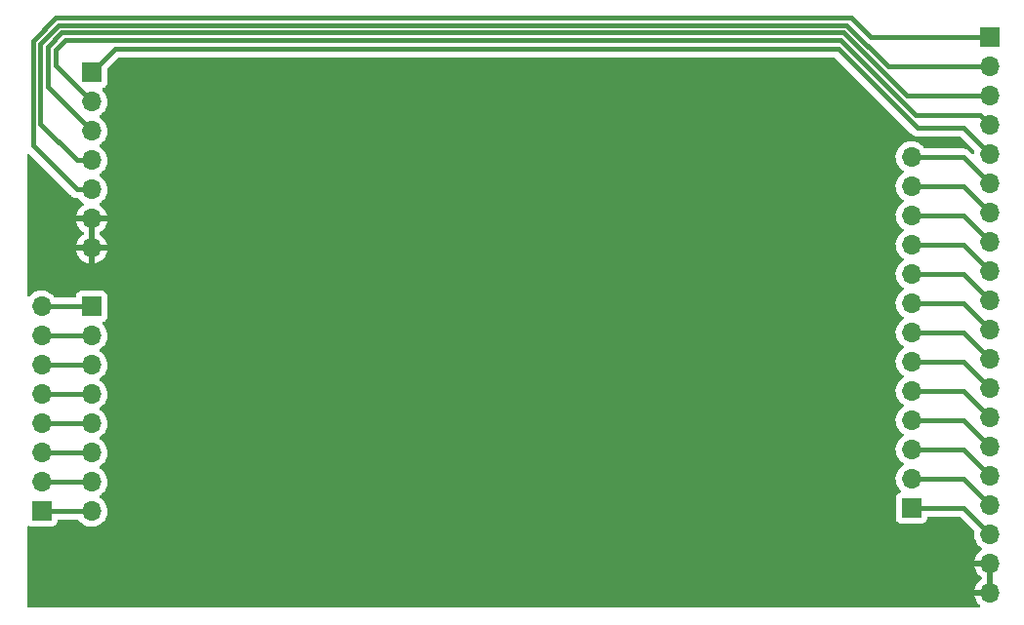
<source format=gbr>
%TF.GenerationSoftware,KiCad,Pcbnew,(6.0.0-0)*%
%TF.CreationDate,2022-08-12T09:14:49-04:00*%
%TF.ProjectId,Backplane-Instruction-Reg-2022,4261636b-706c-4616-9e65-2d496e737472,rev?*%
%TF.SameCoordinates,Original*%
%TF.FileFunction,Copper,L1,Top*%
%TF.FilePolarity,Positive*%
%FSLAX46Y46*%
G04 Gerber Fmt 4.6, Leading zero omitted, Abs format (unit mm)*
G04 Created by KiCad (PCBNEW (6.0.0-0)) date 2022-08-12 09:14:49*
%MOMM*%
%LPD*%
G01*
G04 APERTURE LIST*
%TA.AperFunction,ComponentPad*%
%ADD10R,1.700000X1.700000*%
%TD*%
%TA.AperFunction,ComponentPad*%
%ADD11O,1.700000X1.700000*%
%TD*%
%TA.AperFunction,Conductor*%
%ADD12C,0.450000*%
%TD*%
G04 APERTURE END LIST*
D10*
%TO.P,J4,1,Pin_1*%
%TO.N,~{RESET_STEP}*%
X183839000Y-61224000D03*
D11*
%TO.P,J4,2,Pin_2*%
%TO.N,~{INT_REQUEST}*%
X183839000Y-63764000D03*
%TO.P,J4,3,Pin_3*%
%TO.N,~{LD_IR}*%
X183839000Y-66304000D03*
%TO.P,J4,4,Pin_4*%
%TO.N,CLOCK*%
X183839000Y-68844000D03*
%TO.P,J4,5,Pin_5*%
%TO.N,~{RESET}*%
X183839000Y-71384000D03*
%TO.P,J4,6,Pin_6*%
%TO.N,INSTRUCTION7*%
X183839000Y-73924000D03*
%TO.P,J4,7,Pin_7*%
%TO.N,INSTRUCTION6*%
X183839000Y-76464000D03*
%TO.P,J4,8,Pin_8*%
%TO.N,INSTRUCTION5*%
X183839000Y-79004000D03*
%TO.P,J4,9,Pin_9*%
%TO.N,INSTRUCTION4*%
X183839000Y-81544000D03*
%TO.P,J4,10,Pin_10*%
%TO.N,INSTRUCTION3*%
X183839000Y-84084000D03*
%TO.P,J4,11,Pin_11*%
%TO.N,INSTRUCTION2*%
X183839000Y-86624000D03*
%TO.P,J4,12,Pin_12*%
%TO.N,INSTRUCTION1*%
X183839000Y-89164000D03*
%TO.P,J4,13,Pin_13*%
%TO.N,INSTRUCTION0*%
X183839000Y-91704000D03*
%TO.P,J4,14,Pin_14*%
%TO.N,STEP4*%
X183839000Y-94244000D03*
%TO.P,J4,15,Pin_15*%
%TO.N,STEP3*%
X183839000Y-96784000D03*
%TO.P,J4,16,Pin_16*%
%TO.N,STEP2*%
X183839000Y-99324000D03*
%TO.P,J4,17,Pin_17*%
%TO.N,STEP1*%
X183839000Y-101864000D03*
%TO.P,J4,18,Pin_18*%
%TO.N,STEP0*%
X183839000Y-104404000D03*
%TO.P,J4,19,Pin_19*%
%TO.N,GND*%
X183839000Y-106944000D03*
%TO.P,J4,20,Pin_20*%
X183839000Y-109484000D03*
%TD*%
D10*
%TO.P,J3,1,Pin_1*%
%TO.N,STEP0*%
X177038000Y-102108000D03*
D11*
%TO.P,J3,2,Pin_2*%
%TO.N,STEP1*%
X177038000Y-99568000D03*
%TO.P,J3,3,Pin_3*%
%TO.N,STEP2*%
X177038000Y-97028000D03*
%TO.P,J3,4,Pin_4*%
%TO.N,STEP3*%
X177038000Y-94488000D03*
%TO.P,J3,5,Pin_5*%
%TO.N,STEP4*%
X177038000Y-91948000D03*
%TO.P,J3,6,Pin_6*%
%TO.N,INSTRUCTION0*%
X177038000Y-89408000D03*
%TO.P,J3,7,Pin_7*%
%TO.N,INSTRUCTION1*%
X177038000Y-86868000D03*
%TO.P,J3,8,Pin_8*%
%TO.N,INSTRUCTION2*%
X177038000Y-84328000D03*
%TO.P,J3,9,Pin_9*%
%TO.N,INSTRUCTION3*%
X177038000Y-81788000D03*
%TO.P,J3,10,Pin_10*%
%TO.N,INSTRUCTION4*%
X177038000Y-79248000D03*
%TO.P,J3,11,Pin_11*%
%TO.N,INSTRUCTION5*%
X177038000Y-76708000D03*
%TO.P,J3,12,Pin_12*%
%TO.N,INSTRUCTION6*%
X177038000Y-74168000D03*
%TO.P,J3,13,Pin_13*%
%TO.N,INSTRUCTION7*%
X177038000Y-71628000D03*
%TD*%
%TO.P,J1,8,Pin_8*%
%TO.N,BUS0*%
X101600000Y-84582242D03*
%TO.P,J1,7,Pin_7*%
%TO.N,BUS1*%
X101600000Y-87122242D03*
%TO.P,J1,6,Pin_6*%
%TO.N,BUS2*%
X101600000Y-89662242D03*
%TO.P,J1,5,Pin_5*%
%TO.N,BUS3*%
X101600000Y-92202242D03*
%TO.P,J1,4,Pin_4*%
%TO.N,BUS4*%
X101600000Y-94742242D03*
%TO.P,J1,3,Pin_3*%
%TO.N,BUS5*%
X101600000Y-97282242D03*
%TO.P,J1,2,Pin_2*%
%TO.N,BUS6*%
X101600000Y-99822242D03*
D10*
%TO.P,J1,1,Pin_1*%
%TO.N,BUS7*%
X101600000Y-102362242D03*
%TD*%
%TO.P,J5,1,Pin_1*%
%TO.N,~{RESET}*%
X105943000Y-64287242D03*
D11*
%TO.P,J5,2,Pin_2*%
%TO.N,CLOCK*%
X105943000Y-66827242D03*
%TO.P,J5,3,Pin_3*%
%TO.N,~{LD_IR}*%
X105943000Y-69367242D03*
%TO.P,J5,4,Pin_4*%
%TO.N,~{INT_REQUEST}*%
X105943000Y-71907242D03*
%TO.P,J5,5,Pin_5*%
%TO.N,~{RESET_STEP}*%
X105943000Y-74447242D03*
%TO.P,J5,6,Pin_6*%
%TO.N,GND*%
X105943000Y-76987242D03*
%TO.P,J5,7,Pin_7*%
X105943000Y-79527242D03*
%TD*%
D10*
%TO.P,J2,1,Pin_1*%
%TO.N,BUS0*%
X105943000Y-84597000D03*
D11*
%TO.P,J2,2,Pin_2*%
%TO.N,BUS1*%
X105943000Y-87137000D03*
%TO.P,J2,3,Pin_3*%
%TO.N,BUS2*%
X105943000Y-89677000D03*
%TO.P,J2,4,Pin_4*%
%TO.N,BUS3*%
X105943000Y-92217000D03*
%TO.P,J2,5,Pin_5*%
%TO.N,BUS4*%
X105943000Y-94757000D03*
%TO.P,J2,6,Pin_6*%
%TO.N,BUS5*%
X105943000Y-97297000D03*
%TO.P,J2,7,Pin_7*%
%TO.N,BUS6*%
X105943000Y-99837000D03*
%TO.P,J2,8,Pin_8*%
%TO.N,BUS7*%
X105943000Y-102377000D03*
%TD*%
D12*
%TO.N,~{RESET}*%
X183839000Y-71384000D02*
X181543000Y-69088000D01*
X181543000Y-69088000D02*
X177546000Y-69088000D01*
X177546000Y-69088000D02*
X170688000Y-62230000D01*
X108000242Y-62230000D02*
X105943000Y-64287242D01*
X170688000Y-62230000D02*
X108000242Y-62230000D01*
%TO.N,~{RESET_STEP}*%
X105943000Y-74447242D02*
X104673242Y-74447242D01*
X104673242Y-74447242D02*
X100838000Y-70612000D01*
X100838000Y-70612000D02*
X100838000Y-61506359D01*
X102824892Y-59519467D02*
X171787467Y-59519467D01*
X100838000Y-61506359D02*
X102824892Y-59519467D01*
X171787467Y-59519467D02*
X173492000Y-61224000D01*
X173492000Y-61224000D02*
X183839000Y-61224000D01*
%TO.N,CLOCK*%
X103632003Y-61468000D02*
X102786533Y-62313470D01*
X170882904Y-61468000D02*
X103632003Y-61468000D01*
X183839000Y-68844000D02*
X182989000Y-67994000D01*
%TO.N,~{LD_IR}*%
X102137022Y-62044433D02*
X103362966Y-60818489D01*
%TO.N,CLOCK*%
X102786533Y-62313470D02*
X102786533Y-63670775D01*
%TO.N,~{LD_IR}*%
X176637453Y-66304000D02*
X183839000Y-66304000D01*
%TO.N,CLOCK*%
X102786533Y-63670775D02*
X105943000Y-66827242D01*
%TO.N,~{LD_IR}*%
X171151941Y-60818489D02*
X176637453Y-66304000D01*
%TO.N,CLOCK*%
X177408904Y-67994000D02*
X170882904Y-61468000D01*
%TO.N,~{LD_IR}*%
X103362966Y-60818489D02*
X171151941Y-60818489D01*
X102137022Y-65561264D02*
X102137022Y-62044433D01*
%TO.N,CLOCK*%
X182989000Y-67994000D02*
X177408904Y-67994000D01*
%TO.N,~{LD_IR}*%
X105943000Y-69367242D02*
X102137022Y-65561264D01*
%TO.N,~{INT_REQUEST}*%
X183839000Y-63764000D02*
X175016000Y-63764000D01*
X175016000Y-63764000D02*
X171420978Y-60168978D01*
X171420978Y-60168978D02*
X103093929Y-60168978D01*
X101487511Y-68721511D02*
X104673242Y-71907242D01*
X103093929Y-60168978D02*
X101487511Y-61775396D01*
X101487511Y-61775396D02*
X101487511Y-68721511D01*
X104673242Y-71907242D02*
X105943000Y-71907242D01*
%TO.N,BUS7*%
X105943000Y-102377000D02*
X101614758Y-102377000D01*
X101614758Y-102377000D02*
X101600000Y-102362242D01*
%TO.N,BUS6*%
X101600000Y-99822242D02*
X105928242Y-99822242D01*
X105928242Y-99822242D02*
X105943000Y-99837000D01*
%TO.N,BUS5*%
X105943000Y-97297000D02*
X101614758Y-97297000D01*
X101614758Y-97297000D02*
X101600000Y-97282242D01*
%TO.N,BUS4*%
X101600000Y-94742242D02*
X105928242Y-94742242D01*
X105928242Y-94742242D02*
X105943000Y-94757000D01*
%TO.N,BUS3*%
X105943000Y-92217000D02*
X101614758Y-92217000D01*
X101614758Y-92217000D02*
X101600000Y-92202242D01*
%TO.N,BUS2*%
X101600000Y-89662242D02*
X105928242Y-89662242D01*
X105928242Y-89662242D02*
X105943000Y-89677000D01*
%TO.N,BUS1*%
X105943000Y-87137000D02*
X101614758Y-87137000D01*
X101614758Y-87137000D02*
X101600000Y-87122242D01*
%TO.N,BUS0*%
X101600000Y-84582242D02*
X105928242Y-84582242D01*
X105928242Y-84582242D02*
X105943000Y-84597000D01*
%TO.N,STEP0*%
X183839000Y-104404000D02*
X181543000Y-102108000D01*
X181543000Y-102108000D02*
X177038000Y-102108000D01*
%TO.N,STEP1*%
X183839000Y-101864000D02*
X181543000Y-99568000D01*
X181543000Y-99568000D02*
X177038000Y-99568000D01*
%TO.N,STEP2*%
X183839000Y-99324000D02*
X181543000Y-97028000D01*
X181543000Y-97028000D02*
X177038000Y-97028000D01*
%TO.N,STEP3*%
X183839000Y-96784000D02*
X181543000Y-94488000D01*
X181543000Y-94488000D02*
X177038000Y-94488000D01*
%TO.N,STEP4*%
X183839000Y-94244000D02*
X181543000Y-91948000D01*
X181543000Y-91948000D02*
X177038000Y-91948000D01*
%TO.N,INSTRUCTION0*%
X183839000Y-91704000D02*
X181543000Y-89408000D01*
X181543000Y-89408000D02*
X177038000Y-89408000D01*
%TO.N,INSTRUCTION1*%
X183839000Y-89164000D02*
X181543000Y-86868000D01*
X181543000Y-86868000D02*
X177038000Y-86868000D01*
%TO.N,INSTRUCTION2*%
X183839000Y-86624000D02*
X181543000Y-84328000D01*
X181543000Y-84328000D02*
X177038000Y-84328000D01*
%TO.N,INSTRUCTION3*%
X183839000Y-84084000D02*
X181543000Y-81788000D01*
X181543000Y-81788000D02*
X177038000Y-81788000D01*
%TO.N,INSTRUCTION4*%
X183839000Y-81544000D02*
X181543000Y-79248000D01*
X181543000Y-79248000D02*
X177038000Y-79248000D01*
%TO.N,INSTRUCTION5*%
X183839000Y-79004000D02*
X181543000Y-76708000D01*
X181543000Y-76708000D02*
X177038000Y-76708000D01*
%TO.N,INSTRUCTION6*%
X183839000Y-76464000D02*
X181543000Y-74168000D01*
X181543000Y-74168000D02*
X177038000Y-74168000D01*
%TO.N,INSTRUCTION7*%
X183839000Y-73924000D02*
X181543000Y-71628000D01*
X181543000Y-71628000D02*
X177038000Y-71628000D01*
%TD*%
%TA.AperFunction,Conductor*%
%TO.N,GND*%
G36*
X170400105Y-62983502D02*
G01*
X170421079Y-63000405D01*
X176981255Y-69560581D01*
X176993641Y-69574993D01*
X177005900Y-69591651D01*
X177011483Y-69596394D01*
X177044713Y-69624625D01*
X177052229Y-69631555D01*
X177057620Y-69636946D01*
X177060496Y-69639222D01*
X177060499Y-69639224D01*
X177079119Y-69653956D01*
X177082507Y-69656733D01*
X177136251Y-69702392D01*
X177142768Y-69705720D01*
X177147438Y-69708834D01*
X177152205Y-69711779D01*
X177157943Y-69716318D01*
X177164570Y-69719415D01*
X177164571Y-69719416D01*
X177221854Y-69746189D01*
X177225761Y-69748099D01*
X177288582Y-69780176D01*
X177295694Y-69781916D01*
X177300988Y-69783885D01*
X177306267Y-69785641D01*
X177312895Y-69788739D01*
X177381970Y-69803106D01*
X177386241Y-69804073D01*
X177454721Y-69820830D01*
X177460320Y-69821177D01*
X177460324Y-69821178D01*
X177465520Y-69821500D01*
X177465519Y-69821524D01*
X177469915Y-69821788D01*
X177473189Y-69822080D01*
X177480352Y-69823570D01*
X177555160Y-69821546D01*
X177558568Y-69821500D01*
X181186984Y-69821500D01*
X181255105Y-69841502D01*
X181276079Y-69858405D01*
X182461862Y-71044188D01*
X182495888Y-71106500D01*
X182498054Y-71146671D01*
X182487534Y-71245120D01*
X182460407Y-71310730D01*
X182402115Y-71351258D01*
X182331165Y-71353838D01*
X182273152Y-71320827D01*
X182107748Y-71155423D01*
X182095361Y-71141010D01*
X182087441Y-71130248D01*
X182083100Y-71124349D01*
X182044280Y-71091369D01*
X182036764Y-71084439D01*
X182031380Y-71079055D01*
X182028519Y-71076792D01*
X182028514Y-71076787D01*
X182009909Y-71062068D01*
X182006507Y-71059279D01*
X181958328Y-71018347D01*
X181958324Y-71018344D01*
X181952749Y-71013608D01*
X181946228Y-71010279D01*
X181941549Y-71007158D01*
X181936795Y-71004222D01*
X181931057Y-70999682D01*
X181867147Y-70969811D01*
X181863239Y-70967901D01*
X181800418Y-70935824D01*
X181793306Y-70934084D01*
X181788020Y-70932118D01*
X181782735Y-70930360D01*
X181776105Y-70927261D01*
X181707032Y-70912894D01*
X181702748Y-70911924D01*
X181634279Y-70895170D01*
X181628677Y-70894822D01*
X181628674Y-70894822D01*
X181623480Y-70894500D01*
X181623481Y-70894476D01*
X181619066Y-70894212D01*
X181615816Y-70893922D01*
X181608648Y-70892431D01*
X181542851Y-70894211D01*
X181533877Y-70894454D01*
X181530469Y-70894500D01*
X178250112Y-70894500D01*
X178181991Y-70874498D01*
X178144320Y-70836940D01*
X178120822Y-70800617D01*
X178120820Y-70800614D01*
X178118014Y-70796277D01*
X177967670Y-70631051D01*
X177963619Y-70627852D01*
X177963615Y-70627848D01*
X177796414Y-70495800D01*
X177796410Y-70495798D01*
X177792359Y-70492598D01*
X177781284Y-70486484D01*
X177740136Y-70463769D01*
X177596789Y-70384638D01*
X177591920Y-70382914D01*
X177591916Y-70382912D01*
X177391087Y-70311795D01*
X177391083Y-70311794D01*
X177386212Y-70310069D01*
X177381119Y-70309162D01*
X177381116Y-70309161D01*
X177171373Y-70271800D01*
X177171367Y-70271799D01*
X177166284Y-70270894D01*
X177092452Y-70269992D01*
X176948081Y-70268228D01*
X176948079Y-70268228D01*
X176942911Y-70268165D01*
X176722091Y-70301955D01*
X176509756Y-70371357D01*
X176311607Y-70474507D01*
X176307474Y-70477610D01*
X176307471Y-70477612D01*
X176141073Y-70602547D01*
X176132965Y-70608635D01*
X175978629Y-70770138D01*
X175852743Y-70954680D01*
X175828384Y-71007158D01*
X175762691Y-71148682D01*
X175758688Y-71157305D01*
X175698989Y-71372570D01*
X175675251Y-71594695D01*
X175675548Y-71599848D01*
X175675548Y-71599851D01*
X175687812Y-71812547D01*
X175688110Y-71817715D01*
X175689247Y-71822761D01*
X175689248Y-71822767D01*
X175703456Y-71885811D01*
X175737222Y-72035639D01*
X175757703Y-72086077D01*
X175815139Y-72227526D01*
X175821266Y-72242616D01*
X175823965Y-72247020D01*
X175933137Y-72425173D01*
X175937987Y-72433088D01*
X176084250Y-72601938D01*
X176256126Y-72744632D01*
X176292346Y-72765797D01*
X176329445Y-72787476D01*
X176378169Y-72839114D01*
X176391240Y-72908897D01*
X176364509Y-72974669D01*
X176324055Y-73008027D01*
X176311607Y-73014507D01*
X176307474Y-73017610D01*
X176307471Y-73017612D01*
X176141073Y-73142547D01*
X176132965Y-73148635D01*
X175978629Y-73310138D01*
X175852743Y-73494680D01*
X175828384Y-73547158D01*
X175762691Y-73688682D01*
X175758688Y-73697305D01*
X175698989Y-73912570D01*
X175675251Y-74134695D01*
X175675548Y-74139848D01*
X175675548Y-74139851D01*
X175687812Y-74352547D01*
X175688110Y-74357715D01*
X175689247Y-74362761D01*
X175689248Y-74362767D01*
X175703456Y-74425811D01*
X175737222Y-74575639D01*
X175757703Y-74626077D01*
X175815139Y-74767526D01*
X175821266Y-74782616D01*
X175823965Y-74787020D01*
X175933137Y-74965173D01*
X175937987Y-74973088D01*
X176084250Y-75141938D01*
X176256126Y-75284632D01*
X176292346Y-75305797D01*
X176329445Y-75327476D01*
X176378169Y-75379114D01*
X176391240Y-75448897D01*
X176364509Y-75514669D01*
X176324055Y-75548027D01*
X176311607Y-75554507D01*
X176307474Y-75557610D01*
X176307471Y-75557612D01*
X176141073Y-75682547D01*
X176132965Y-75688635D01*
X175978629Y-75850138D01*
X175852743Y-76034680D01*
X175833292Y-76076584D01*
X175762691Y-76228682D01*
X175758688Y-76237305D01*
X175698989Y-76452570D01*
X175675251Y-76674695D01*
X175675548Y-76679848D01*
X175675548Y-76679851D01*
X175678431Y-76729849D01*
X175688110Y-76897715D01*
X175689247Y-76902761D01*
X175689248Y-76902767D01*
X175703456Y-76965811D01*
X175737222Y-77115639D01*
X175757703Y-77166077D01*
X175815139Y-77307526D01*
X175821266Y-77322616D01*
X175823965Y-77327020D01*
X175933137Y-77505173D01*
X175937987Y-77513088D01*
X176084250Y-77681938D01*
X176256126Y-77824632D01*
X176292346Y-77845797D01*
X176329445Y-77867476D01*
X176378169Y-77919114D01*
X176391240Y-77988897D01*
X176364509Y-78054669D01*
X176324055Y-78088027D01*
X176311607Y-78094507D01*
X176307474Y-78097610D01*
X176307471Y-78097612D01*
X176202253Y-78176612D01*
X176132965Y-78228635D01*
X176129393Y-78232373D01*
X175996169Y-78371784D01*
X175978629Y-78390138D01*
X175852743Y-78574680D01*
X175833292Y-78616584D01*
X175762691Y-78768682D01*
X175758688Y-78777305D01*
X175698989Y-78992570D01*
X175675251Y-79214695D01*
X175675548Y-79219848D01*
X175675548Y-79219851D01*
X175678431Y-79269849D01*
X175688110Y-79437715D01*
X175689247Y-79442761D01*
X175689248Y-79442767D01*
X175703456Y-79505811D01*
X175737222Y-79655639D01*
X175757703Y-79706077D01*
X175815139Y-79847526D01*
X175821266Y-79862616D01*
X175823965Y-79867020D01*
X175933137Y-80045173D01*
X175937987Y-80053088D01*
X176084250Y-80221938D01*
X176256126Y-80364632D01*
X176292346Y-80385797D01*
X176329445Y-80407476D01*
X176378169Y-80459114D01*
X176391240Y-80528897D01*
X176364509Y-80594669D01*
X176324055Y-80628027D01*
X176311607Y-80634507D01*
X176307474Y-80637610D01*
X176307471Y-80637612D01*
X176202253Y-80716612D01*
X176132965Y-80768635D01*
X175978629Y-80930138D01*
X175852743Y-81114680D01*
X175833292Y-81156584D01*
X175762691Y-81308682D01*
X175758688Y-81317305D01*
X175698989Y-81532570D01*
X175675251Y-81754695D01*
X175688110Y-81977715D01*
X175689247Y-81982761D01*
X175689248Y-81982767D01*
X175703456Y-82045811D01*
X175737222Y-82195639D01*
X175757703Y-82246077D01*
X175815139Y-82387526D01*
X175821266Y-82402616D01*
X175823965Y-82407020D01*
X175933137Y-82585173D01*
X175937987Y-82593088D01*
X176084250Y-82761938D01*
X176256126Y-82904632D01*
X176292346Y-82925797D01*
X176329445Y-82947476D01*
X176378169Y-82999114D01*
X176391240Y-83068897D01*
X176364509Y-83134669D01*
X176324055Y-83168027D01*
X176311607Y-83174507D01*
X176307474Y-83177610D01*
X176307471Y-83177612D01*
X176149280Y-83296385D01*
X176132965Y-83308635D01*
X176116754Y-83325599D01*
X176054333Y-83390919D01*
X175978629Y-83470138D01*
X175852743Y-83654680D01*
X175811684Y-83743135D01*
X175762663Y-83848742D01*
X175758688Y-83857305D01*
X175698989Y-84072570D01*
X175675251Y-84294695D01*
X175688110Y-84517715D01*
X175689247Y-84522761D01*
X175689248Y-84522767D01*
X175703456Y-84585811D01*
X175737222Y-84735639D01*
X175757703Y-84786077D01*
X175815139Y-84927526D01*
X175821266Y-84942616D01*
X175823965Y-84947020D01*
X175933137Y-85125173D01*
X175937987Y-85133088D01*
X176084250Y-85301938D01*
X176256126Y-85444632D01*
X176292233Y-85465731D01*
X176329445Y-85487476D01*
X176378169Y-85539114D01*
X176391240Y-85608897D01*
X176364509Y-85674669D01*
X176324055Y-85708027D01*
X176311607Y-85714507D01*
X176307474Y-85717610D01*
X176307471Y-85717612D01*
X176176745Y-85815764D01*
X176132965Y-85848635D01*
X175978629Y-86010138D01*
X175975715Y-86014410D01*
X175975714Y-86014411D01*
X175933060Y-86076940D01*
X175852743Y-86194680D01*
X175815274Y-86275401D01*
X175762691Y-86388682D01*
X175758688Y-86397305D01*
X175698989Y-86612570D01*
X175675251Y-86834695D01*
X175688110Y-87057715D01*
X175689247Y-87062761D01*
X175689248Y-87062767D01*
X175703456Y-87125811D01*
X175737222Y-87275639D01*
X175757703Y-87326077D01*
X175815139Y-87467526D01*
X175821266Y-87482616D01*
X175823965Y-87487020D01*
X175933137Y-87665173D01*
X175937987Y-87673088D01*
X176084250Y-87841938D01*
X176256126Y-87984632D01*
X176285037Y-88001526D01*
X176329445Y-88027476D01*
X176378169Y-88079114D01*
X176391240Y-88148897D01*
X176364509Y-88214669D01*
X176324055Y-88248027D01*
X176311607Y-88254507D01*
X176307474Y-88257610D01*
X176307471Y-88257612D01*
X176141073Y-88382547D01*
X176132965Y-88388635D01*
X175978629Y-88550138D01*
X175852743Y-88734680D01*
X175815274Y-88815401D01*
X175762663Y-88928742D01*
X175758688Y-88937305D01*
X175698989Y-89152570D01*
X175675251Y-89374695D01*
X175688110Y-89597715D01*
X175689247Y-89602761D01*
X175689248Y-89602767D01*
X175703456Y-89665811D01*
X175737222Y-89815639D01*
X175757703Y-89866077D01*
X175815139Y-90007526D01*
X175821266Y-90022616D01*
X175823965Y-90027020D01*
X175933137Y-90205173D01*
X175937987Y-90213088D01*
X176084250Y-90381938D01*
X176256126Y-90524632D01*
X176292233Y-90545731D01*
X176329445Y-90567476D01*
X176378169Y-90619114D01*
X176391240Y-90688897D01*
X176364509Y-90754669D01*
X176324055Y-90788027D01*
X176311607Y-90794507D01*
X176307474Y-90797610D01*
X176307471Y-90797612D01*
X176141073Y-90922547D01*
X176132965Y-90928635D01*
X175978629Y-91090138D01*
X175852743Y-91274680D01*
X175815274Y-91355401D01*
X175762691Y-91468682D01*
X175758688Y-91477305D01*
X175698989Y-91692570D01*
X175675251Y-91914695D01*
X175688110Y-92137715D01*
X175689247Y-92142761D01*
X175689248Y-92142767D01*
X175703456Y-92205811D01*
X175737222Y-92355639D01*
X175757703Y-92406077D01*
X175815139Y-92547526D01*
X175821266Y-92562616D01*
X175823965Y-92567020D01*
X175933137Y-92745173D01*
X175937987Y-92753088D01*
X176084250Y-92921938D01*
X176256126Y-93064632D01*
X176285037Y-93081526D01*
X176329445Y-93107476D01*
X176378169Y-93159114D01*
X176391240Y-93228897D01*
X176364509Y-93294669D01*
X176324055Y-93328027D01*
X176311607Y-93334507D01*
X176307474Y-93337610D01*
X176307471Y-93337612D01*
X176141073Y-93462547D01*
X176132965Y-93468635D01*
X175978629Y-93630138D01*
X175852743Y-93814680D01*
X175815274Y-93895401D01*
X175762663Y-94008742D01*
X175758688Y-94017305D01*
X175698989Y-94232570D01*
X175675251Y-94454695D01*
X175688110Y-94677715D01*
X175689247Y-94682761D01*
X175689248Y-94682767D01*
X175703456Y-94745811D01*
X175737222Y-94895639D01*
X175757703Y-94946077D01*
X175815139Y-95087526D01*
X175821266Y-95102616D01*
X175823965Y-95107020D01*
X175933137Y-95285173D01*
X175937987Y-95293088D01*
X176084250Y-95461938D01*
X176256126Y-95604632D01*
X176292233Y-95625731D01*
X176329445Y-95647476D01*
X176378169Y-95699114D01*
X176391240Y-95768897D01*
X176364509Y-95834669D01*
X176324055Y-95868027D01*
X176311607Y-95874507D01*
X176307474Y-95877610D01*
X176307471Y-95877612D01*
X176141073Y-96002547D01*
X176132965Y-96008635D01*
X175978629Y-96170138D01*
X175852743Y-96354680D01*
X175815274Y-96435401D01*
X175762691Y-96548682D01*
X175758688Y-96557305D01*
X175698989Y-96772570D01*
X175675251Y-96994695D01*
X175688110Y-97217715D01*
X175689247Y-97222761D01*
X175689248Y-97222767D01*
X175703456Y-97285811D01*
X175737222Y-97435639D01*
X175757703Y-97486077D01*
X175815139Y-97627526D01*
X175821266Y-97642616D01*
X175823965Y-97647020D01*
X175933137Y-97825173D01*
X175937987Y-97833088D01*
X176084250Y-98001938D01*
X176256126Y-98144632D01*
X176285037Y-98161526D01*
X176329445Y-98187476D01*
X176378169Y-98239114D01*
X176391240Y-98308897D01*
X176364509Y-98374669D01*
X176324055Y-98408027D01*
X176311607Y-98414507D01*
X176307474Y-98417610D01*
X176307471Y-98417612D01*
X176141073Y-98542547D01*
X176132965Y-98548635D01*
X175978629Y-98710138D01*
X175852743Y-98894680D01*
X175815274Y-98975401D01*
X175762663Y-99088742D01*
X175758688Y-99097305D01*
X175698989Y-99312570D01*
X175675251Y-99534695D01*
X175688110Y-99757715D01*
X175689247Y-99762761D01*
X175689248Y-99762767D01*
X175703456Y-99825811D01*
X175737222Y-99975639D01*
X175757703Y-100026077D01*
X175815139Y-100167526D01*
X175821266Y-100182616D01*
X175823965Y-100187020D01*
X175933137Y-100365173D01*
X175937987Y-100373088D01*
X176084250Y-100541938D01*
X176088230Y-100545242D01*
X176092981Y-100549187D01*
X176132616Y-100608090D01*
X176134113Y-100679071D01*
X176096997Y-100739593D01*
X176056724Y-100764112D01*
X175941295Y-100807385D01*
X175824739Y-100894739D01*
X175737385Y-101011295D01*
X175686255Y-101147684D01*
X175679500Y-101209866D01*
X175679500Y-103006134D01*
X175686255Y-103068316D01*
X175737385Y-103204705D01*
X175824739Y-103321261D01*
X175941295Y-103408615D01*
X176077684Y-103459745D01*
X176139866Y-103466500D01*
X177936134Y-103466500D01*
X177998316Y-103459745D01*
X178134705Y-103408615D01*
X178251261Y-103321261D01*
X178338615Y-103204705D01*
X178389745Y-103068316D01*
X178396500Y-103006134D01*
X178396500Y-102967500D01*
X178416502Y-102899379D01*
X178470158Y-102852886D01*
X178522500Y-102841500D01*
X181186984Y-102841500D01*
X181255105Y-102861502D01*
X181276079Y-102878405D01*
X182461862Y-104064188D01*
X182495888Y-104126500D01*
X182498054Y-104166672D01*
X182476251Y-104370695D01*
X182489110Y-104593715D01*
X182490247Y-104598761D01*
X182490248Y-104598767D01*
X182514304Y-104705508D01*
X182538222Y-104811639D01*
X182622266Y-105018616D01*
X182738987Y-105209088D01*
X182885250Y-105377938D01*
X183057126Y-105520632D01*
X183130955Y-105563774D01*
X183179679Y-105615412D01*
X183192750Y-105685195D01*
X183166019Y-105750967D01*
X183125562Y-105784327D01*
X183117457Y-105788546D01*
X183108738Y-105794036D01*
X182938433Y-105921905D01*
X182930726Y-105928748D01*
X182783590Y-106082717D01*
X182777104Y-106090727D01*
X182657098Y-106266649D01*
X182652000Y-106275623D01*
X182562338Y-106468783D01*
X182558775Y-106478470D01*
X182503389Y-106678183D01*
X182504912Y-106686607D01*
X182517292Y-106690000D01*
X183967000Y-106690000D01*
X184035121Y-106710002D01*
X184081614Y-106763658D01*
X184093000Y-106816000D01*
X184093000Y-109612000D01*
X184072998Y-109680121D01*
X184019342Y-109726614D01*
X183967000Y-109738000D01*
X182522225Y-109738000D01*
X182508694Y-109741973D01*
X182507257Y-109751966D01*
X182537565Y-109886446D01*
X182540645Y-109896275D01*
X182620770Y-110093603D01*
X182625413Y-110102794D01*
X182736694Y-110284388D01*
X182742777Y-110292699D01*
X182882213Y-110453667D01*
X182889580Y-110460882D01*
X182962351Y-110521298D01*
X183001986Y-110580200D01*
X183003484Y-110651181D01*
X182966369Y-110711704D01*
X182902425Y-110742553D01*
X182881866Y-110744242D01*
X100462166Y-110744242D01*
X100394045Y-110724240D01*
X100347552Y-110670584D01*
X100336166Y-110618242D01*
X100336166Y-109218183D01*
X182503389Y-109218183D01*
X182504912Y-109226607D01*
X182517292Y-109230000D01*
X183566885Y-109230000D01*
X183582124Y-109225525D01*
X183583329Y-109224135D01*
X183585000Y-109216452D01*
X183585000Y-107216115D01*
X183580525Y-107200876D01*
X183579135Y-107199671D01*
X183571452Y-107198000D01*
X182522225Y-107198000D01*
X182508694Y-107201973D01*
X182507257Y-107211966D01*
X182537565Y-107346446D01*
X182540645Y-107356275D01*
X182620770Y-107553603D01*
X182625413Y-107562794D01*
X182736694Y-107744388D01*
X182742777Y-107752699D01*
X182882213Y-107913667D01*
X182889580Y-107920883D01*
X183053434Y-108056916D01*
X183061881Y-108062831D01*
X183131479Y-108103501D01*
X183180203Y-108155140D01*
X183193274Y-108224923D01*
X183166543Y-108290694D01*
X183126087Y-108324053D01*
X183117462Y-108328542D01*
X183108738Y-108334036D01*
X182938433Y-108461905D01*
X182930726Y-108468748D01*
X182783590Y-108622717D01*
X182777104Y-108630727D01*
X182657098Y-108806649D01*
X182652000Y-108815623D01*
X182562338Y-109008783D01*
X182558775Y-109018470D01*
X182503389Y-109218183D01*
X100336166Y-109218183D01*
X100336166Y-103782002D01*
X100356168Y-103713881D01*
X100409824Y-103667388D01*
X100480098Y-103657284D01*
X100506395Y-103664020D01*
X100632282Y-103711213D01*
X100632288Y-103711215D01*
X100639684Y-103713987D01*
X100701866Y-103720742D01*
X102498134Y-103720742D01*
X102560316Y-103713987D01*
X102696705Y-103662857D01*
X102813261Y-103575503D01*
X102900615Y-103458947D01*
X102951745Y-103322558D01*
X102958500Y-103260376D01*
X102958500Y-103236500D01*
X102978502Y-103168379D01*
X103032158Y-103121886D01*
X103084500Y-103110500D01*
X104728554Y-103110500D01*
X104796675Y-103130502D01*
X104835987Y-103170665D01*
X104842987Y-103182088D01*
X104989250Y-103350938D01*
X105161126Y-103493632D01*
X105354000Y-103606338D01*
X105562692Y-103686030D01*
X105567760Y-103687061D01*
X105567763Y-103687062D01*
X105675017Y-103708883D01*
X105781597Y-103730567D01*
X105786772Y-103730757D01*
X105786774Y-103730757D01*
X105999673Y-103738564D01*
X105999677Y-103738564D01*
X106004837Y-103738753D01*
X106009957Y-103738097D01*
X106009959Y-103738097D01*
X106221288Y-103711025D01*
X106221289Y-103711025D01*
X106226416Y-103710368D01*
X106231366Y-103708883D01*
X106435429Y-103647661D01*
X106435434Y-103647659D01*
X106440384Y-103646174D01*
X106640994Y-103547896D01*
X106822860Y-103418173D01*
X106829289Y-103411767D01*
X106969745Y-103271800D01*
X106981096Y-103260489D01*
X107040594Y-103177689D01*
X107108435Y-103083277D01*
X107111453Y-103079077D01*
X107116772Y-103068316D01*
X107208136Y-102883453D01*
X107208137Y-102883451D01*
X107210430Y-102878811D01*
X107275370Y-102665069D01*
X107304529Y-102443590D01*
X107306156Y-102377000D01*
X107287852Y-102154361D01*
X107233431Y-101937702D01*
X107144354Y-101732840D01*
X107075670Y-101626671D01*
X107025822Y-101549617D01*
X107025820Y-101549614D01*
X107023014Y-101545277D01*
X106872670Y-101380051D01*
X106868619Y-101376852D01*
X106868615Y-101376848D01*
X106701414Y-101244800D01*
X106701410Y-101244798D01*
X106697359Y-101241598D01*
X106656053Y-101218796D01*
X106606084Y-101168364D01*
X106591312Y-101098921D01*
X106616428Y-101032516D01*
X106643780Y-101005909D01*
X106694866Y-100969470D01*
X106822860Y-100878173D01*
X106838757Y-100862332D01*
X106961925Y-100739593D01*
X106981096Y-100720489D01*
X106990078Y-100707990D01*
X107108435Y-100543277D01*
X107111453Y-100539077D01*
X107133289Y-100494896D01*
X107208136Y-100343453D01*
X107208137Y-100343451D01*
X107210430Y-100338811D01*
X107275370Y-100125069D01*
X107304529Y-99903590D01*
X107306156Y-99837000D01*
X107287852Y-99614361D01*
X107233431Y-99397702D01*
X107144354Y-99192840D01*
X107063960Y-99068570D01*
X107025822Y-99009617D01*
X107025820Y-99009614D01*
X107023014Y-99005277D01*
X106872670Y-98840051D01*
X106868619Y-98836852D01*
X106868615Y-98836848D01*
X106701414Y-98704800D01*
X106701410Y-98704798D01*
X106697359Y-98701598D01*
X106656053Y-98678796D01*
X106606084Y-98628364D01*
X106591312Y-98558921D01*
X106616428Y-98492516D01*
X106643780Y-98465909D01*
X106711490Y-98417612D01*
X106822860Y-98338173D01*
X106836443Y-98324638D01*
X106937918Y-98223516D01*
X106981096Y-98180489D01*
X106990078Y-98167990D01*
X107108435Y-98003277D01*
X107111453Y-97999077D01*
X107133289Y-97954896D01*
X107208136Y-97803453D01*
X107208137Y-97803451D01*
X107210430Y-97798811D01*
X107275370Y-97585069D01*
X107304529Y-97363590D01*
X107306156Y-97297000D01*
X107287852Y-97074361D01*
X107233431Y-96857702D01*
X107144354Y-96652840D01*
X107075670Y-96546671D01*
X107025822Y-96469617D01*
X107025820Y-96469614D01*
X107023014Y-96465277D01*
X106872670Y-96300051D01*
X106868619Y-96296852D01*
X106868615Y-96296848D01*
X106701414Y-96164800D01*
X106701410Y-96164798D01*
X106697359Y-96161598D01*
X106656053Y-96138796D01*
X106606084Y-96088364D01*
X106591312Y-96018921D01*
X106616428Y-95952516D01*
X106643780Y-95925909D01*
X106711490Y-95877612D01*
X106822860Y-95798173D01*
X106836443Y-95784638D01*
X106937918Y-95683516D01*
X106981096Y-95640489D01*
X106990078Y-95627990D01*
X107108435Y-95463277D01*
X107111453Y-95459077D01*
X107133289Y-95414896D01*
X107208136Y-95263453D01*
X107208137Y-95263451D01*
X107210430Y-95258811D01*
X107275370Y-95045069D01*
X107304529Y-94823590D01*
X107306156Y-94757000D01*
X107287852Y-94534361D01*
X107233431Y-94317702D01*
X107144354Y-94112840D01*
X107063960Y-93988570D01*
X107025822Y-93929617D01*
X107025820Y-93929614D01*
X107023014Y-93925277D01*
X106872670Y-93760051D01*
X106868619Y-93756852D01*
X106868615Y-93756848D01*
X106701414Y-93624800D01*
X106701410Y-93624798D01*
X106697359Y-93621598D01*
X106656053Y-93598796D01*
X106606084Y-93548364D01*
X106591312Y-93478921D01*
X106616428Y-93412516D01*
X106643780Y-93385909D01*
X106711490Y-93337612D01*
X106822860Y-93258173D01*
X106836443Y-93244638D01*
X106937918Y-93143516D01*
X106981096Y-93100489D01*
X106990078Y-93087990D01*
X107108435Y-92923277D01*
X107111453Y-92919077D01*
X107133289Y-92874896D01*
X107208136Y-92723453D01*
X107208137Y-92723451D01*
X107210430Y-92718811D01*
X107275370Y-92505069D01*
X107304529Y-92283590D01*
X107306156Y-92217000D01*
X107287852Y-91994361D01*
X107233431Y-91777702D01*
X107144354Y-91572840D01*
X107075670Y-91466671D01*
X107025822Y-91389617D01*
X107025820Y-91389614D01*
X107023014Y-91385277D01*
X106872670Y-91220051D01*
X106868619Y-91216852D01*
X106868615Y-91216848D01*
X106701414Y-91084800D01*
X106701410Y-91084798D01*
X106697359Y-91081598D01*
X106656053Y-91058796D01*
X106606084Y-91008364D01*
X106591312Y-90938921D01*
X106616428Y-90872516D01*
X106643780Y-90845909D01*
X106711490Y-90797612D01*
X106822860Y-90718173D01*
X106836443Y-90704638D01*
X106937918Y-90603516D01*
X106981096Y-90560489D01*
X106990078Y-90547990D01*
X107108435Y-90383277D01*
X107111453Y-90379077D01*
X107133289Y-90334896D01*
X107208136Y-90183453D01*
X107208137Y-90183451D01*
X107210430Y-90178811D01*
X107275370Y-89965069D01*
X107304529Y-89743590D01*
X107306156Y-89677000D01*
X107287852Y-89454361D01*
X107233431Y-89237702D01*
X107144354Y-89032840D01*
X107063960Y-88908570D01*
X107025822Y-88849617D01*
X107025820Y-88849614D01*
X107023014Y-88845277D01*
X106872670Y-88680051D01*
X106868619Y-88676852D01*
X106868615Y-88676848D01*
X106701414Y-88544800D01*
X106701410Y-88544798D01*
X106697359Y-88541598D01*
X106656053Y-88518796D01*
X106606084Y-88468364D01*
X106591312Y-88398921D01*
X106616428Y-88332516D01*
X106643780Y-88305909D01*
X106711490Y-88257612D01*
X106822860Y-88178173D01*
X106836443Y-88164638D01*
X106937918Y-88063516D01*
X106981096Y-88020489D01*
X106990078Y-88007990D01*
X107108435Y-87843277D01*
X107111453Y-87839077D01*
X107133289Y-87794896D01*
X107208136Y-87643453D01*
X107208137Y-87643451D01*
X107210430Y-87638811D01*
X107275370Y-87425069D01*
X107304529Y-87203590D01*
X107306156Y-87137000D01*
X107287852Y-86914361D01*
X107233431Y-86697702D01*
X107144354Y-86492840D01*
X107075670Y-86386671D01*
X107025822Y-86309617D01*
X107025820Y-86309614D01*
X107023014Y-86305277D01*
X107018847Y-86300697D01*
X106875798Y-86143488D01*
X106844746Y-86079642D01*
X106853141Y-86009143D01*
X106898317Y-85954375D01*
X106924761Y-85940706D01*
X107031297Y-85900767D01*
X107039705Y-85897615D01*
X107156261Y-85810261D01*
X107243615Y-85693705D01*
X107294745Y-85557316D01*
X107301500Y-85495134D01*
X107301500Y-83698866D01*
X107294745Y-83636684D01*
X107243615Y-83500295D01*
X107156261Y-83383739D01*
X107039705Y-83296385D01*
X106903316Y-83245255D01*
X106841134Y-83238500D01*
X105044866Y-83238500D01*
X104982684Y-83245255D01*
X104846295Y-83296385D01*
X104729739Y-83383739D01*
X104642385Y-83500295D01*
X104591255Y-83636684D01*
X104584500Y-83698866D01*
X104584500Y-83722742D01*
X104564498Y-83790863D01*
X104510842Y-83837356D01*
X104458500Y-83848742D01*
X102812112Y-83848742D01*
X102743991Y-83828740D01*
X102706320Y-83791182D01*
X102682822Y-83754859D01*
X102682820Y-83754856D01*
X102680014Y-83750519D01*
X102529670Y-83585293D01*
X102525619Y-83582094D01*
X102525615Y-83582090D01*
X102358414Y-83450042D01*
X102358410Y-83450040D01*
X102354359Y-83446840D01*
X102341679Y-83439840D01*
X102240051Y-83383739D01*
X102158789Y-83338880D01*
X102153920Y-83337156D01*
X102153916Y-83337154D01*
X101953087Y-83266037D01*
X101953083Y-83266036D01*
X101948212Y-83264311D01*
X101943119Y-83263404D01*
X101943116Y-83263403D01*
X101733373Y-83226042D01*
X101733367Y-83226041D01*
X101728284Y-83225136D01*
X101654452Y-83224234D01*
X101510081Y-83222470D01*
X101510079Y-83222470D01*
X101504911Y-83222407D01*
X101284091Y-83256197D01*
X101071756Y-83325599D01*
X100873607Y-83428749D01*
X100869474Y-83431852D01*
X100869471Y-83431854D01*
X100699100Y-83559772D01*
X100694965Y-83562877D01*
X100691393Y-83566615D01*
X100553260Y-83711162D01*
X100491735Y-83746592D01*
X100420823Y-83743135D01*
X100363037Y-83701889D01*
X100336723Y-83635948D01*
X100336166Y-83624111D01*
X100336166Y-79795208D01*
X104611257Y-79795208D01*
X104641565Y-79929688D01*
X104644645Y-79939517D01*
X104724770Y-80136845D01*
X104729413Y-80146036D01*
X104840694Y-80327630D01*
X104846777Y-80335941D01*
X104986213Y-80496909D01*
X104993580Y-80504125D01*
X105157434Y-80640158D01*
X105165881Y-80646073D01*
X105349756Y-80753521D01*
X105359042Y-80757971D01*
X105558001Y-80833945D01*
X105567899Y-80836821D01*
X105671250Y-80857848D01*
X105685299Y-80856652D01*
X105689000Y-80846307D01*
X105689000Y-80845759D01*
X106197000Y-80845759D01*
X106201064Y-80859601D01*
X106214478Y-80861635D01*
X106221184Y-80860776D01*
X106231262Y-80858634D01*
X106435255Y-80797433D01*
X106444842Y-80793675D01*
X106636095Y-80699981D01*
X106644945Y-80694706D01*
X106818328Y-80571034D01*
X106826200Y-80564381D01*
X106977052Y-80414054D01*
X106983730Y-80406207D01*
X107108003Y-80233262D01*
X107113313Y-80224425D01*
X107207670Y-80033509D01*
X107211469Y-80023914D01*
X107273377Y-79820152D01*
X107275555Y-79810079D01*
X107276986Y-79799204D01*
X107274775Y-79785020D01*
X107261617Y-79781242D01*
X106215115Y-79781242D01*
X106199876Y-79785717D01*
X106198671Y-79787107D01*
X106197000Y-79794790D01*
X106197000Y-80845759D01*
X105689000Y-80845759D01*
X105689000Y-79799357D01*
X105684525Y-79784118D01*
X105683135Y-79782913D01*
X105675452Y-79781242D01*
X104626225Y-79781242D01*
X104612694Y-79785215D01*
X104611257Y-79795208D01*
X100336166Y-79795208D01*
X100336166Y-79261425D01*
X104607389Y-79261425D01*
X104608912Y-79269849D01*
X104621292Y-79273242D01*
X105670885Y-79273242D01*
X105686124Y-79268767D01*
X105687329Y-79267377D01*
X105689000Y-79259694D01*
X105689000Y-79255127D01*
X106197000Y-79255127D01*
X106201475Y-79270366D01*
X106202865Y-79271571D01*
X106210548Y-79273242D01*
X107261344Y-79273242D01*
X107274875Y-79269269D01*
X107276180Y-79260189D01*
X107234214Y-79093117D01*
X107230894Y-79083366D01*
X107145972Y-78888056D01*
X107141105Y-78878981D01*
X107025426Y-78700168D01*
X107019136Y-78691999D01*
X106875806Y-78534482D01*
X106868273Y-78527457D01*
X106701139Y-78395464D01*
X106692552Y-78389759D01*
X106655116Y-78369093D01*
X106605146Y-78318661D01*
X106590374Y-78249218D01*
X106615490Y-78182813D01*
X106642842Y-78156206D01*
X106818327Y-78031034D01*
X106826200Y-78024381D01*
X106977052Y-77874054D01*
X106983730Y-77866207D01*
X107108003Y-77693262D01*
X107113313Y-77684425D01*
X107207670Y-77493509D01*
X107211469Y-77483914D01*
X107273377Y-77280152D01*
X107275555Y-77270079D01*
X107276986Y-77259204D01*
X107274775Y-77245020D01*
X107261617Y-77241242D01*
X106215115Y-77241242D01*
X106199876Y-77245717D01*
X106198671Y-77247107D01*
X106197000Y-77254790D01*
X106197000Y-79255127D01*
X105689000Y-79255127D01*
X105689000Y-77259357D01*
X105684525Y-77244118D01*
X105683135Y-77242913D01*
X105675452Y-77241242D01*
X104626225Y-77241242D01*
X104612694Y-77245215D01*
X104611257Y-77255208D01*
X104641565Y-77389688D01*
X104644645Y-77399517D01*
X104724770Y-77596845D01*
X104729413Y-77606036D01*
X104840694Y-77787630D01*
X104846777Y-77795941D01*
X104986213Y-77956909D01*
X104993580Y-77964125D01*
X105157434Y-78100158D01*
X105165881Y-78106073D01*
X105235479Y-78146743D01*
X105284203Y-78198382D01*
X105297274Y-78268165D01*
X105270543Y-78333936D01*
X105230087Y-78367295D01*
X105221462Y-78371784D01*
X105212738Y-78377278D01*
X105042433Y-78505147D01*
X105034726Y-78511990D01*
X104887590Y-78665959D01*
X104881104Y-78673969D01*
X104761098Y-78849891D01*
X104756000Y-78858865D01*
X104666338Y-79052025D01*
X104662775Y-79061712D01*
X104607389Y-79261425D01*
X100336166Y-79261425D01*
X100336166Y-71451682D01*
X100356168Y-71383561D01*
X100409824Y-71337068D01*
X100480098Y-71326964D01*
X100544678Y-71356458D01*
X100551261Y-71362587D01*
X104108494Y-74919819D01*
X104120881Y-74934231D01*
X104133142Y-74950893D01*
X104138725Y-74955636D01*
X104171962Y-74983873D01*
X104179478Y-74990803D01*
X104184862Y-74996187D01*
X104187738Y-74998462D01*
X104187742Y-74998466D01*
X104206348Y-75013187D01*
X104209728Y-75015958D01*
X104263493Y-75061634D01*
X104270014Y-75064964D01*
X104274669Y-75068068D01*
X104279437Y-75071013D01*
X104285184Y-75075560D01*
X104291820Y-75078662D01*
X104291821Y-75078662D01*
X104349059Y-75105413D01*
X104353005Y-75107341D01*
X104415824Y-75139418D01*
X104422935Y-75141158D01*
X104428187Y-75143111D01*
X104433505Y-75144880D01*
X104440137Y-75147980D01*
X104509189Y-75162343D01*
X104513473Y-75163313D01*
X104581963Y-75180072D01*
X104587565Y-75180420D01*
X104587568Y-75180420D01*
X104592762Y-75180742D01*
X104592761Y-75180766D01*
X104597176Y-75181030D01*
X104600426Y-75181320D01*
X104607594Y-75182811D01*
X104682365Y-75180788D01*
X104685773Y-75180742D01*
X104728554Y-75180742D01*
X104796675Y-75200744D01*
X104835987Y-75240907D01*
X104842987Y-75252330D01*
X104989250Y-75421180D01*
X105161126Y-75563874D01*
X105234955Y-75607016D01*
X105283679Y-75658654D01*
X105296750Y-75728437D01*
X105270019Y-75794209D01*
X105229562Y-75827569D01*
X105221457Y-75831788D01*
X105212738Y-75837278D01*
X105042433Y-75965147D01*
X105034726Y-75971990D01*
X104887590Y-76125959D01*
X104881104Y-76133969D01*
X104761098Y-76309891D01*
X104756000Y-76318865D01*
X104666338Y-76512025D01*
X104662775Y-76521712D01*
X104607389Y-76721425D01*
X104608912Y-76729849D01*
X104621292Y-76733242D01*
X107261344Y-76733242D01*
X107274875Y-76729269D01*
X107276180Y-76720189D01*
X107234214Y-76553117D01*
X107230894Y-76543366D01*
X107145972Y-76348056D01*
X107141105Y-76338981D01*
X107025426Y-76160168D01*
X107019136Y-76151999D01*
X106875806Y-75994482D01*
X106868273Y-75987457D01*
X106701139Y-75855464D01*
X106692556Y-75849762D01*
X106655602Y-75829362D01*
X106605631Y-75778929D01*
X106590859Y-75709487D01*
X106615975Y-75643081D01*
X106643327Y-75616474D01*
X106704839Y-75572598D01*
X106822860Y-75488415D01*
X106840467Y-75470870D01*
X106977435Y-75334379D01*
X106981096Y-75330731D01*
X107040594Y-75247931D01*
X107108435Y-75153519D01*
X107111453Y-75149319D01*
X107116347Y-75139418D01*
X107208136Y-74953695D01*
X107208137Y-74953693D01*
X107210430Y-74949053D01*
X107275370Y-74735311D01*
X107304529Y-74513832D01*
X107306156Y-74447242D01*
X107287852Y-74224603D01*
X107233431Y-74007944D01*
X107144354Y-73803082D01*
X107074706Y-73695423D01*
X107025822Y-73619859D01*
X107025820Y-73619856D01*
X107023014Y-73615519D01*
X106872670Y-73450293D01*
X106868619Y-73447094D01*
X106868615Y-73447090D01*
X106701414Y-73315042D01*
X106701410Y-73315040D01*
X106697359Y-73311840D01*
X106656053Y-73289038D01*
X106606084Y-73238606D01*
X106591312Y-73169163D01*
X106616428Y-73102758D01*
X106643780Y-73076151D01*
X106704839Y-73032598D01*
X106822860Y-72948415D01*
X106840467Y-72930870D01*
X106977435Y-72794379D01*
X106981096Y-72790731D01*
X107040594Y-72707931D01*
X107108435Y-72613519D01*
X107111453Y-72609319D01*
X107116347Y-72599418D01*
X107208136Y-72413695D01*
X107208137Y-72413693D01*
X107210430Y-72409053D01*
X107275370Y-72195311D01*
X107304529Y-71973832D01*
X107306156Y-71907242D01*
X107287852Y-71684603D01*
X107233431Y-71467944D01*
X107144354Y-71263082D01*
X107074706Y-71155423D01*
X107025822Y-71079859D01*
X107025820Y-71079856D01*
X107023014Y-71075519D01*
X106872670Y-70910293D01*
X106868619Y-70907094D01*
X106868615Y-70907090D01*
X106701414Y-70775042D01*
X106701410Y-70775040D01*
X106697359Y-70771840D01*
X106656053Y-70749038D01*
X106606084Y-70698606D01*
X106591312Y-70629163D01*
X106616428Y-70562758D01*
X106643780Y-70536151D01*
X106708340Y-70490101D01*
X106822860Y-70408415D01*
X106840467Y-70390870D01*
X106960862Y-70270894D01*
X106981096Y-70250731D01*
X107040594Y-70167931D01*
X107108435Y-70073519D01*
X107111453Y-70069319D01*
X107120116Y-70051792D01*
X107208136Y-69873695D01*
X107208137Y-69873693D01*
X107210430Y-69869053D01*
X107275370Y-69655311D01*
X107304529Y-69433832D01*
X107306156Y-69367242D01*
X107287852Y-69144603D01*
X107233431Y-68927944D01*
X107144354Y-68723082D01*
X107023014Y-68535519D01*
X106872670Y-68370293D01*
X106868619Y-68367094D01*
X106868615Y-68367090D01*
X106701414Y-68235042D01*
X106701410Y-68235040D01*
X106697359Y-68231840D01*
X106656053Y-68209038D01*
X106606084Y-68158606D01*
X106591312Y-68089163D01*
X106616428Y-68022758D01*
X106643780Y-67996151D01*
X106687603Y-67964892D01*
X106822860Y-67868415D01*
X106840467Y-67850870D01*
X106977435Y-67714379D01*
X106981096Y-67710731D01*
X107111453Y-67529319D01*
X107126183Y-67499516D01*
X107208136Y-67333695D01*
X107208137Y-67333693D01*
X107210430Y-67329053D01*
X107275370Y-67115311D01*
X107304529Y-66893832D01*
X107306156Y-66827242D01*
X107287852Y-66604603D01*
X107233431Y-66387944D01*
X107144354Y-66183082D01*
X107023014Y-65995519D01*
X106903980Y-65864702D01*
X106875798Y-65833730D01*
X106844746Y-65769884D01*
X106853141Y-65699385D01*
X106898317Y-65644617D01*
X106924761Y-65630948D01*
X107031297Y-65591009D01*
X107039705Y-65587857D01*
X107156261Y-65500503D01*
X107243615Y-65383947D01*
X107294745Y-65247558D01*
X107301500Y-65185376D01*
X107301500Y-64018258D01*
X107321502Y-63950137D01*
X107338405Y-63929163D01*
X108267163Y-63000405D01*
X108329475Y-62966379D01*
X108356258Y-62963500D01*
X170331984Y-62963500D01*
X170400105Y-62983502D01*
G37*
%TD.AperFunction*%
%TD*%
M02*

</source>
